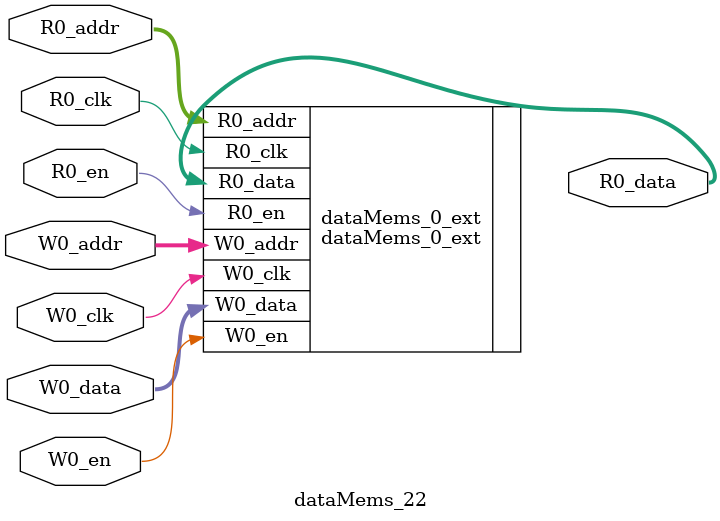
<source format=sv>
`ifndef RANDOMIZE
  `ifdef RANDOMIZE_REG_INIT
    `define RANDOMIZE
  `endif // RANDOMIZE_REG_INIT
`endif // not def RANDOMIZE
`ifndef RANDOMIZE
  `ifdef RANDOMIZE_MEM_INIT
    `define RANDOMIZE
  `endif // RANDOMIZE_MEM_INIT
`endif // not def RANDOMIZE

`ifndef RANDOM
  `define RANDOM $random
`endif // not def RANDOM

// Users can define 'PRINTF_COND' to add an extra gate to prints.
`ifndef PRINTF_COND_
  `ifdef PRINTF_COND
    `define PRINTF_COND_ (`PRINTF_COND)
  `else  // PRINTF_COND
    `define PRINTF_COND_ 1
  `endif // PRINTF_COND
`endif // not def PRINTF_COND_

// Users can define 'ASSERT_VERBOSE_COND' to add an extra gate to assert error printing.
`ifndef ASSERT_VERBOSE_COND_
  `ifdef ASSERT_VERBOSE_COND
    `define ASSERT_VERBOSE_COND_ (`ASSERT_VERBOSE_COND)
  `else  // ASSERT_VERBOSE_COND
    `define ASSERT_VERBOSE_COND_ 1
  `endif // ASSERT_VERBOSE_COND
`endif // not def ASSERT_VERBOSE_COND_

// Users can define 'STOP_COND' to add an extra gate to stop conditions.
`ifndef STOP_COND_
  `ifdef STOP_COND
    `define STOP_COND_ (`STOP_COND)
  `else  // STOP_COND
    `define STOP_COND_ 1
  `endif // STOP_COND
`endif // not def STOP_COND_

// Users can define INIT_RANDOM as general code that gets injected into the
// initializer block for modules with registers.
`ifndef INIT_RANDOM
  `define INIT_RANDOM
`endif // not def INIT_RANDOM

// If using random initialization, you can also define RANDOMIZE_DELAY to
// customize the delay used, otherwise 0.002 is used.
`ifndef RANDOMIZE_DELAY
  `define RANDOMIZE_DELAY 0.002
`endif // not def RANDOMIZE_DELAY

// Define INIT_RANDOM_PROLOG_ for use in our modules below.
`ifndef INIT_RANDOM_PROLOG_
  `ifdef RANDOMIZE
    `ifdef VERILATOR
      `define INIT_RANDOM_PROLOG_ `INIT_RANDOM
    `else  // VERILATOR
      `define INIT_RANDOM_PROLOG_ `INIT_RANDOM #`RANDOMIZE_DELAY begin end
    `endif // VERILATOR
  `else  // RANDOMIZE
    `define INIT_RANDOM_PROLOG_
  `endif // RANDOMIZE
`endif // not def INIT_RANDOM_PROLOG_

// Include register initializers in init blocks unless synthesis is set
`ifndef SYNTHESIS
  `ifndef ENABLE_INITIAL_REG_
    `define ENABLE_INITIAL_REG_
  `endif // not def ENABLE_INITIAL_REG_
`endif // not def SYNTHESIS

// Include rmemory initializers in init blocks unless synthesis is set
`ifndef SYNTHESIS
  `ifndef ENABLE_INITIAL_MEM_
    `define ENABLE_INITIAL_MEM_
  `endif // not def ENABLE_INITIAL_MEM_
`endif // not def SYNTHESIS

module dataMems_22(	// @[generators/ara/src/main/scala/UnsafeAXI4ToTL.scala:365:62]
  input  [4:0]   R0_addr,
  input          R0_en,
  input          R0_clk,
  output [258:0] R0_data,
  input  [4:0]   W0_addr,
  input          W0_en,
  input          W0_clk,
  input  [258:0] W0_data
);

  dataMems_0_ext dataMems_0_ext (	// @[generators/ara/src/main/scala/UnsafeAXI4ToTL.scala:365:62]
    .R0_addr (R0_addr),
    .R0_en   (R0_en),
    .R0_clk  (R0_clk),
    .R0_data (R0_data),
    .W0_addr (W0_addr),
    .W0_en   (W0_en),
    .W0_clk  (W0_clk),
    .W0_data (W0_data)
  );
endmodule


</source>
